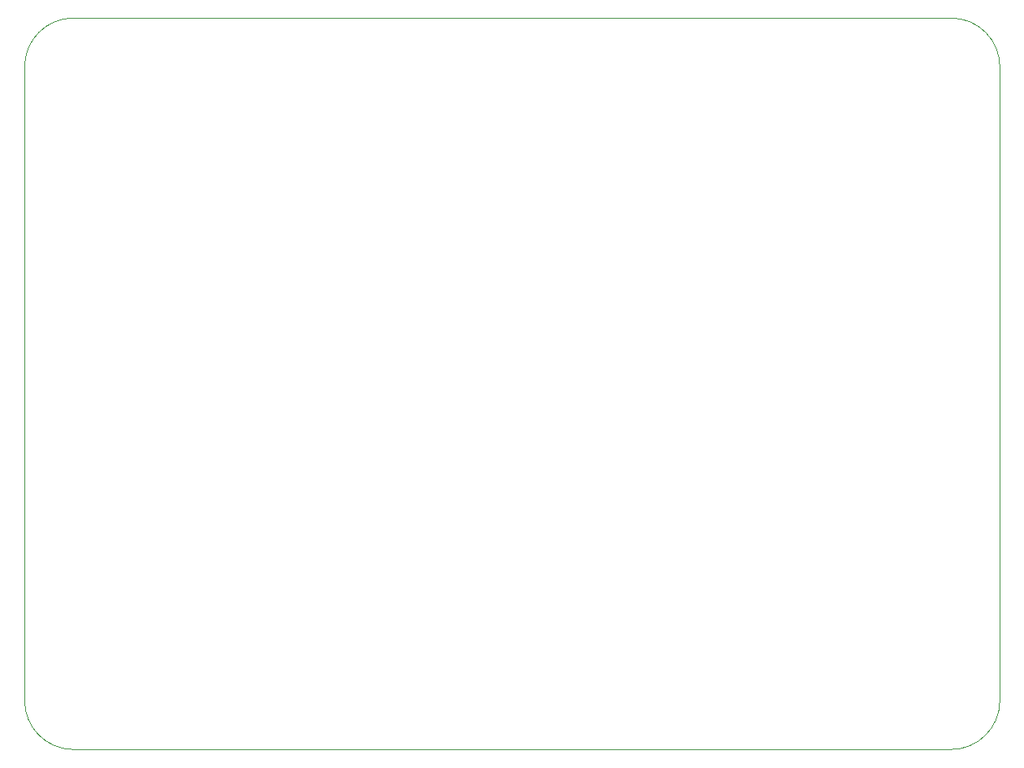
<source format=gm1>
G04 #@! TF.GenerationSoftware,KiCad,Pcbnew,8.0.1*
G04 #@! TF.CreationDate,2024-05-27T02:36:23-05:00*
G04 #@! TF.ProjectId,Minimal-6502,53656172-6c65-4363-9530-322e6b696361,rev?*
G04 #@! TF.SameCoordinates,Original*
G04 #@! TF.FileFunction,Profile,NP*
%FSLAX46Y46*%
G04 Gerber Fmt 4.6, Leading zero omitted, Abs format (unit mm)*
G04 Created by KiCad (PCBNEW 8.0.1) date 2024-05-27 02:36:23*
%MOMM*%
%LPD*%
G01*
G04 APERTURE LIST*
G04 #@! TA.AperFunction,Profile*
%ADD10C,0.050000*%
G04 #@! TD*
G04 APERTURE END LIST*
D10*
X223520000Y-50800000D02*
G75*
G02*
X228600000Y-55880000I0J-5080000D01*
G01*
X228600000Y-121920000D02*
G75*
G02*
X223520000Y-127000000I-5080000J0D01*
G01*
X132080000Y-127000000D02*
G75*
G02*
X127000000Y-121920000I0J5080000D01*
G01*
X127000000Y-55880000D02*
G75*
G02*
X132080000Y-50800000I5080000J0D01*
G01*
X127000000Y-55880000D02*
X127000000Y-121920000D01*
X223520000Y-50800000D02*
X132080000Y-50800000D01*
X228600000Y-121920000D02*
X228600000Y-55880000D01*
X132080000Y-127000000D02*
X223520000Y-127000000D01*
M02*

</source>
